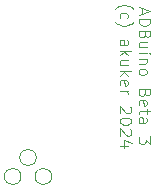
<source format=gbr>
%TF.GenerationSoftware,KiCad,Pcbnew,8.0.2*%
%TF.CreationDate,2024-05-05T20:52:19-05:00*%
%TF.ProjectId,ch554_USB_Host_Test,63683535-345f-4555-9342-5f486f73745f,rev?*%
%TF.SameCoordinates,Original*%
%TF.FileFunction,Legend,Bot*%
%TF.FilePolarity,Positive*%
%FSLAX46Y46*%
G04 Gerber Fmt 4.6, Leading zero omitted, Abs format (unit mm)*
G04 Created by KiCad (PCBNEW 8.0.2) date 2024-05-05 20:52:19*
%MOMM*%
%LPD*%
G01*
G04 APERTURE LIST*
%ADD10C,0.100000*%
%ADD11C,0.120000*%
%ADD12C,0.001000*%
%ADD13C,2.000000*%
%ADD14R,1.700000X1.700000*%
%ADD15O,1.700000X1.700000*%
%ADD16R,1.500000X1.600000*%
%ADD17C,1.600000*%
%ADD18C,3.000000*%
%ADD19C,3.316000*%
%ADD20O,3.600000X1.800000*%
%ADD21C,1.000000*%
G04 APERTURE END LIST*
D10*
X137293239Y-47071904D02*
X137293239Y-47548094D01*
X137007524Y-46976666D02*
X138007524Y-47309999D01*
X138007524Y-47309999D02*
X137007524Y-47643332D01*
X137007524Y-47976666D02*
X138007524Y-47976666D01*
X138007524Y-47976666D02*
X138007524Y-48214761D01*
X138007524Y-48214761D02*
X137959905Y-48357618D01*
X137959905Y-48357618D02*
X137864667Y-48452856D01*
X137864667Y-48452856D02*
X137769429Y-48500475D01*
X137769429Y-48500475D02*
X137578953Y-48548094D01*
X137578953Y-48548094D02*
X137436096Y-48548094D01*
X137436096Y-48548094D02*
X137245620Y-48500475D01*
X137245620Y-48500475D02*
X137150382Y-48452856D01*
X137150382Y-48452856D02*
X137055144Y-48357618D01*
X137055144Y-48357618D02*
X137007524Y-48214761D01*
X137007524Y-48214761D02*
X137007524Y-47976666D01*
X137531334Y-49309999D02*
X137483715Y-49452856D01*
X137483715Y-49452856D02*
X137436096Y-49500475D01*
X137436096Y-49500475D02*
X137340858Y-49548094D01*
X137340858Y-49548094D02*
X137198001Y-49548094D01*
X137198001Y-49548094D02*
X137102763Y-49500475D01*
X137102763Y-49500475D02*
X137055144Y-49452856D01*
X137055144Y-49452856D02*
X137007524Y-49357618D01*
X137007524Y-49357618D02*
X137007524Y-48976666D01*
X137007524Y-48976666D02*
X138007524Y-48976666D01*
X138007524Y-48976666D02*
X138007524Y-49309999D01*
X138007524Y-49309999D02*
X137959905Y-49405237D01*
X137959905Y-49405237D02*
X137912286Y-49452856D01*
X137912286Y-49452856D02*
X137817048Y-49500475D01*
X137817048Y-49500475D02*
X137721810Y-49500475D01*
X137721810Y-49500475D02*
X137626572Y-49452856D01*
X137626572Y-49452856D02*
X137578953Y-49405237D01*
X137578953Y-49405237D02*
X137531334Y-49309999D01*
X137531334Y-49309999D02*
X137531334Y-48976666D01*
X137674191Y-50405237D02*
X137007524Y-50405237D01*
X137674191Y-49976666D02*
X137150382Y-49976666D01*
X137150382Y-49976666D02*
X137055144Y-50024285D01*
X137055144Y-50024285D02*
X137007524Y-50119523D01*
X137007524Y-50119523D02*
X137007524Y-50262380D01*
X137007524Y-50262380D02*
X137055144Y-50357618D01*
X137055144Y-50357618D02*
X137102763Y-50405237D01*
X137007524Y-50881428D02*
X137674191Y-50881428D01*
X138007524Y-50881428D02*
X137959905Y-50833809D01*
X137959905Y-50833809D02*
X137912286Y-50881428D01*
X137912286Y-50881428D02*
X137959905Y-50929047D01*
X137959905Y-50929047D02*
X138007524Y-50881428D01*
X138007524Y-50881428D02*
X137912286Y-50881428D01*
X137674191Y-51357618D02*
X137007524Y-51357618D01*
X137578953Y-51357618D02*
X137626572Y-51405237D01*
X137626572Y-51405237D02*
X137674191Y-51500475D01*
X137674191Y-51500475D02*
X137674191Y-51643332D01*
X137674191Y-51643332D02*
X137626572Y-51738570D01*
X137626572Y-51738570D02*
X137531334Y-51786189D01*
X137531334Y-51786189D02*
X137007524Y-51786189D01*
X137007524Y-52405237D02*
X137055144Y-52309999D01*
X137055144Y-52309999D02*
X137102763Y-52262380D01*
X137102763Y-52262380D02*
X137198001Y-52214761D01*
X137198001Y-52214761D02*
X137483715Y-52214761D01*
X137483715Y-52214761D02*
X137578953Y-52262380D01*
X137578953Y-52262380D02*
X137626572Y-52309999D01*
X137626572Y-52309999D02*
X137674191Y-52405237D01*
X137674191Y-52405237D02*
X137674191Y-52548094D01*
X137674191Y-52548094D02*
X137626572Y-52643332D01*
X137626572Y-52643332D02*
X137578953Y-52690951D01*
X137578953Y-52690951D02*
X137483715Y-52738570D01*
X137483715Y-52738570D02*
X137198001Y-52738570D01*
X137198001Y-52738570D02*
X137102763Y-52690951D01*
X137102763Y-52690951D02*
X137055144Y-52643332D01*
X137055144Y-52643332D02*
X137007524Y-52548094D01*
X137007524Y-52548094D02*
X137007524Y-52405237D01*
X137531334Y-54262380D02*
X137483715Y-54405237D01*
X137483715Y-54405237D02*
X137436096Y-54452856D01*
X137436096Y-54452856D02*
X137340858Y-54500475D01*
X137340858Y-54500475D02*
X137198001Y-54500475D01*
X137198001Y-54500475D02*
X137102763Y-54452856D01*
X137102763Y-54452856D02*
X137055144Y-54405237D01*
X137055144Y-54405237D02*
X137007524Y-54309999D01*
X137007524Y-54309999D02*
X137007524Y-53929047D01*
X137007524Y-53929047D02*
X138007524Y-53929047D01*
X138007524Y-53929047D02*
X138007524Y-54262380D01*
X138007524Y-54262380D02*
X137959905Y-54357618D01*
X137959905Y-54357618D02*
X137912286Y-54405237D01*
X137912286Y-54405237D02*
X137817048Y-54452856D01*
X137817048Y-54452856D02*
X137721810Y-54452856D01*
X137721810Y-54452856D02*
X137626572Y-54405237D01*
X137626572Y-54405237D02*
X137578953Y-54357618D01*
X137578953Y-54357618D02*
X137531334Y-54262380D01*
X137531334Y-54262380D02*
X137531334Y-53929047D01*
X137055144Y-55309999D02*
X137007524Y-55214761D01*
X137007524Y-55214761D02*
X137007524Y-55024285D01*
X137007524Y-55024285D02*
X137055144Y-54929047D01*
X137055144Y-54929047D02*
X137150382Y-54881428D01*
X137150382Y-54881428D02*
X137531334Y-54881428D01*
X137531334Y-54881428D02*
X137626572Y-54929047D01*
X137626572Y-54929047D02*
X137674191Y-55024285D01*
X137674191Y-55024285D02*
X137674191Y-55214761D01*
X137674191Y-55214761D02*
X137626572Y-55309999D01*
X137626572Y-55309999D02*
X137531334Y-55357618D01*
X137531334Y-55357618D02*
X137436096Y-55357618D01*
X137436096Y-55357618D02*
X137340858Y-54881428D01*
X137674191Y-55643333D02*
X137674191Y-56024285D01*
X138007524Y-55786190D02*
X137150382Y-55786190D01*
X137150382Y-55786190D02*
X137055144Y-55833809D01*
X137055144Y-55833809D02*
X137007524Y-55929047D01*
X137007524Y-55929047D02*
X137007524Y-56024285D01*
X137007524Y-56786190D02*
X137531334Y-56786190D01*
X137531334Y-56786190D02*
X137626572Y-56738571D01*
X137626572Y-56738571D02*
X137674191Y-56643333D01*
X137674191Y-56643333D02*
X137674191Y-56452857D01*
X137674191Y-56452857D02*
X137626572Y-56357619D01*
X137055144Y-56786190D02*
X137007524Y-56690952D01*
X137007524Y-56690952D02*
X137007524Y-56452857D01*
X137007524Y-56452857D02*
X137055144Y-56357619D01*
X137055144Y-56357619D02*
X137150382Y-56310000D01*
X137150382Y-56310000D02*
X137245620Y-56310000D01*
X137245620Y-56310000D02*
X137340858Y-56357619D01*
X137340858Y-56357619D02*
X137388477Y-56452857D01*
X137388477Y-56452857D02*
X137388477Y-56690952D01*
X137388477Y-56690952D02*
X137436096Y-56786190D01*
X138007524Y-57929048D02*
X138007524Y-58548095D01*
X138007524Y-58548095D02*
X137626572Y-58214762D01*
X137626572Y-58214762D02*
X137626572Y-58357619D01*
X137626572Y-58357619D02*
X137578953Y-58452857D01*
X137578953Y-58452857D02*
X137531334Y-58500476D01*
X137531334Y-58500476D02*
X137436096Y-58548095D01*
X137436096Y-58548095D02*
X137198001Y-58548095D01*
X137198001Y-58548095D02*
X137102763Y-58500476D01*
X137102763Y-58500476D02*
X137055144Y-58452857D01*
X137055144Y-58452857D02*
X137007524Y-58357619D01*
X137007524Y-58357619D02*
X137007524Y-58071905D01*
X137007524Y-58071905D02*
X137055144Y-57976667D01*
X137055144Y-57976667D02*
X137102763Y-57929048D01*
X135016628Y-47119522D02*
X135064247Y-47071903D01*
X135064247Y-47071903D02*
X135207104Y-46976665D01*
X135207104Y-46976665D02*
X135302342Y-46929046D01*
X135302342Y-46929046D02*
X135445200Y-46881427D01*
X135445200Y-46881427D02*
X135683295Y-46833808D01*
X135683295Y-46833808D02*
X135873771Y-46833808D01*
X135873771Y-46833808D02*
X136111866Y-46881427D01*
X136111866Y-46881427D02*
X136254723Y-46929046D01*
X136254723Y-46929046D02*
X136349961Y-46976665D01*
X136349961Y-46976665D02*
X136492819Y-47071903D01*
X136492819Y-47071903D02*
X136540438Y-47119522D01*
X135445200Y-47929046D02*
X135397580Y-47833808D01*
X135397580Y-47833808D02*
X135397580Y-47643332D01*
X135397580Y-47643332D02*
X135445200Y-47548094D01*
X135445200Y-47548094D02*
X135492819Y-47500475D01*
X135492819Y-47500475D02*
X135588057Y-47452856D01*
X135588057Y-47452856D02*
X135873771Y-47452856D01*
X135873771Y-47452856D02*
X135969009Y-47500475D01*
X135969009Y-47500475D02*
X136016628Y-47548094D01*
X136016628Y-47548094D02*
X136064247Y-47643332D01*
X136064247Y-47643332D02*
X136064247Y-47833808D01*
X136064247Y-47833808D02*
X136016628Y-47929046D01*
X135016628Y-48262380D02*
X135064247Y-48309999D01*
X135064247Y-48309999D02*
X135207104Y-48405237D01*
X135207104Y-48405237D02*
X135302342Y-48452856D01*
X135302342Y-48452856D02*
X135445200Y-48500475D01*
X135445200Y-48500475D02*
X135683295Y-48548094D01*
X135683295Y-48548094D02*
X135873771Y-48548094D01*
X135873771Y-48548094D02*
X136111866Y-48500475D01*
X136111866Y-48500475D02*
X136254723Y-48452856D01*
X136254723Y-48452856D02*
X136349961Y-48405237D01*
X136349961Y-48405237D02*
X136492819Y-48309999D01*
X136492819Y-48309999D02*
X136540438Y-48262380D01*
X135397580Y-50214761D02*
X135921390Y-50214761D01*
X135921390Y-50214761D02*
X136016628Y-50167142D01*
X136016628Y-50167142D02*
X136064247Y-50071904D01*
X136064247Y-50071904D02*
X136064247Y-49881428D01*
X136064247Y-49881428D02*
X136016628Y-49786190D01*
X135445200Y-50214761D02*
X135397580Y-50119523D01*
X135397580Y-50119523D02*
X135397580Y-49881428D01*
X135397580Y-49881428D02*
X135445200Y-49786190D01*
X135445200Y-49786190D02*
X135540438Y-49738571D01*
X135540438Y-49738571D02*
X135635676Y-49738571D01*
X135635676Y-49738571D02*
X135730914Y-49786190D01*
X135730914Y-49786190D02*
X135778533Y-49881428D01*
X135778533Y-49881428D02*
X135778533Y-50119523D01*
X135778533Y-50119523D02*
X135826152Y-50214761D01*
X135397580Y-50690952D02*
X136397580Y-50690952D01*
X135778533Y-50786190D02*
X135397580Y-51071904D01*
X136064247Y-51071904D02*
X135683295Y-50690952D01*
X136064247Y-51929047D02*
X135397580Y-51929047D01*
X136064247Y-51500476D02*
X135540438Y-51500476D01*
X135540438Y-51500476D02*
X135445200Y-51548095D01*
X135445200Y-51548095D02*
X135397580Y-51643333D01*
X135397580Y-51643333D02*
X135397580Y-51786190D01*
X135397580Y-51786190D02*
X135445200Y-51881428D01*
X135445200Y-51881428D02*
X135492819Y-51929047D01*
X135397580Y-52405238D02*
X136397580Y-52405238D01*
X135778533Y-52500476D02*
X135397580Y-52786190D01*
X136064247Y-52786190D02*
X135683295Y-52405238D01*
X135445200Y-53595714D02*
X135397580Y-53500476D01*
X135397580Y-53500476D02*
X135397580Y-53310000D01*
X135397580Y-53310000D02*
X135445200Y-53214762D01*
X135445200Y-53214762D02*
X135540438Y-53167143D01*
X135540438Y-53167143D02*
X135921390Y-53167143D01*
X135921390Y-53167143D02*
X136016628Y-53214762D01*
X136016628Y-53214762D02*
X136064247Y-53310000D01*
X136064247Y-53310000D02*
X136064247Y-53500476D01*
X136064247Y-53500476D02*
X136016628Y-53595714D01*
X136016628Y-53595714D02*
X135921390Y-53643333D01*
X135921390Y-53643333D02*
X135826152Y-53643333D01*
X135826152Y-53643333D02*
X135730914Y-53167143D01*
X135397580Y-54071905D02*
X136064247Y-54071905D01*
X135873771Y-54071905D02*
X135969009Y-54119524D01*
X135969009Y-54119524D02*
X136016628Y-54167143D01*
X136016628Y-54167143D02*
X136064247Y-54262381D01*
X136064247Y-54262381D02*
X136064247Y-54357619D01*
X136302342Y-55405239D02*
X136349961Y-55452858D01*
X136349961Y-55452858D02*
X136397580Y-55548096D01*
X136397580Y-55548096D02*
X136397580Y-55786191D01*
X136397580Y-55786191D02*
X136349961Y-55881429D01*
X136349961Y-55881429D02*
X136302342Y-55929048D01*
X136302342Y-55929048D02*
X136207104Y-55976667D01*
X136207104Y-55976667D02*
X136111866Y-55976667D01*
X136111866Y-55976667D02*
X135969009Y-55929048D01*
X135969009Y-55929048D02*
X135397580Y-55357620D01*
X135397580Y-55357620D02*
X135397580Y-55976667D01*
X136397580Y-56595715D02*
X136397580Y-56690953D01*
X136397580Y-56690953D02*
X136349961Y-56786191D01*
X136349961Y-56786191D02*
X136302342Y-56833810D01*
X136302342Y-56833810D02*
X136207104Y-56881429D01*
X136207104Y-56881429D02*
X136016628Y-56929048D01*
X136016628Y-56929048D02*
X135778533Y-56929048D01*
X135778533Y-56929048D02*
X135588057Y-56881429D01*
X135588057Y-56881429D02*
X135492819Y-56833810D01*
X135492819Y-56833810D02*
X135445200Y-56786191D01*
X135445200Y-56786191D02*
X135397580Y-56690953D01*
X135397580Y-56690953D02*
X135397580Y-56595715D01*
X135397580Y-56595715D02*
X135445200Y-56500477D01*
X135445200Y-56500477D02*
X135492819Y-56452858D01*
X135492819Y-56452858D02*
X135588057Y-56405239D01*
X135588057Y-56405239D02*
X135778533Y-56357620D01*
X135778533Y-56357620D02*
X136016628Y-56357620D01*
X136016628Y-56357620D02*
X136207104Y-56405239D01*
X136207104Y-56405239D02*
X136302342Y-56452858D01*
X136302342Y-56452858D02*
X136349961Y-56500477D01*
X136349961Y-56500477D02*
X136397580Y-56595715D01*
X136302342Y-57310001D02*
X136349961Y-57357620D01*
X136349961Y-57357620D02*
X136397580Y-57452858D01*
X136397580Y-57452858D02*
X136397580Y-57690953D01*
X136397580Y-57690953D02*
X136349961Y-57786191D01*
X136349961Y-57786191D02*
X136302342Y-57833810D01*
X136302342Y-57833810D02*
X136207104Y-57881429D01*
X136207104Y-57881429D02*
X136111866Y-57881429D01*
X136111866Y-57881429D02*
X135969009Y-57833810D01*
X135969009Y-57833810D02*
X135397580Y-57262382D01*
X135397580Y-57262382D02*
X135397580Y-57881429D01*
X136064247Y-58738572D02*
X135397580Y-58738572D01*
X136445200Y-58500477D02*
X135730914Y-58262382D01*
X135730914Y-58262382D02*
X135730914Y-58881429D01*
D11*
%TO.C,TP4*%
X128340000Y-59730000D02*
G75*
G02*
X126940000Y-59730000I-700000J0D01*
G01*
X126940000Y-59730000D02*
G75*
G02*
X128340000Y-59730000I700000J0D01*
G01*
%TO.C,TP3*%
X127040000Y-61330000D02*
G75*
G02*
X125640000Y-61330000I-700000J0D01*
G01*
X125640000Y-61330000D02*
G75*
G02*
X127040000Y-61330000I700000J0D01*
G01*
%TO.C,TP5*%
X129640000Y-61330000D02*
G75*
G02*
X128240000Y-61330000I-700000J0D01*
G01*
X128240000Y-61330000D02*
G75*
G02*
X129640000Y-61330000I700000J0D01*
G01*
%TD*%
%LPC*%
D12*
%TO.C,J4*%
X125640000Y-58565000D03*
X129640000Y-58565000D03*
D13*
X124065000Y-60695000D03*
X131215000Y-60695000D03*
X131215000Y-57245000D03*
X124065000Y-57245000D03*
%TD*%
D14*
%TO.C,J3*%
X106250000Y-58270000D03*
D15*
X106250000Y-55730000D03*
X106250000Y-53190000D03*
X106250000Y-50650000D03*
X106250000Y-48110000D03*
%TD*%
D16*
%TO.C,J5*%
X98385000Y-49695000D03*
D17*
X98385000Y-52195000D03*
X98385000Y-54195000D03*
X98385000Y-56695000D03*
D18*
X95675000Y-46625000D03*
X95675000Y-59765000D03*
%TD*%
D14*
%TO.C,J2*%
X120100000Y-58270000D03*
D15*
X120100000Y-55730000D03*
X120100000Y-53190000D03*
X120100000Y-50650000D03*
X120100000Y-48110000D03*
%TD*%
D19*
%TO.C,J6*%
X140660000Y-53195000D03*
D20*
X141360000Y-46795000D03*
X141360000Y-59595000D03*
%TD*%
D21*
%TO.C,TP4*%
X127640000Y-59730000D03*
%TD*%
%TO.C,TP3*%
X126340000Y-61330000D03*
%TD*%
%TO.C,TP5*%
X128940000Y-61330000D03*
%TD*%
%LPD*%
M02*

</source>
